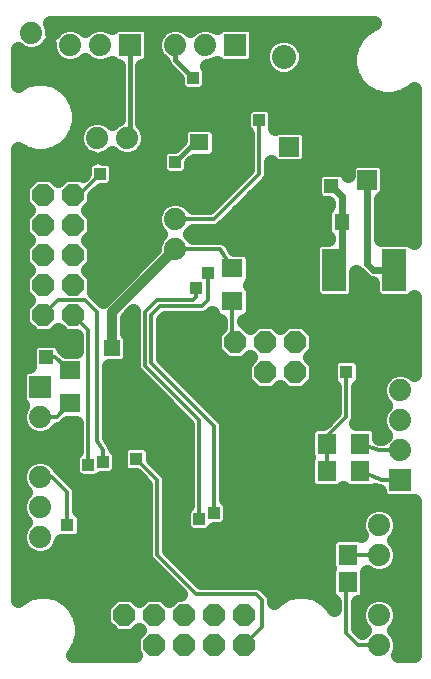
<source format=gbl>
G75*
%MOIN*%
%OFA0B0*%
%FSLAX24Y24*%
%IPPOS*%
%LPD*%
%AMOC8*
5,1,8,0,0,1.08239X$1,22.5*
%
%ADD10R,0.0740X0.0740*%
%ADD11C,0.0740*%
%ADD12R,0.0630X0.0551*%
%ADD13R,0.0709X0.0630*%
%ADD14R,0.0630X0.0709*%
%ADD15OC8,0.0740*%
%ADD16R,0.0800X0.0800*%
%ADD17C,0.0800*%
%ADD18R,0.0800X0.1400*%
%ADD19R,0.0500X0.0579*%
%ADD20C,0.0650*%
%ADD21R,0.0650X0.0650*%
%ADD22C,0.0500*%
%ADD23R,0.0475X0.0475*%
%ADD24R,0.0436X0.0436*%
%ADD25R,0.0396X0.0396*%
%ADD26C,0.0120*%
%ADD27C,0.0160*%
%ADD28R,0.0531X0.0531*%
%ADD29C,0.0320*%
%ADD30C,0.0240*%
D10*
X001496Y011458D03*
X004496Y022858D03*
X007996Y022858D03*
X013496Y008358D03*
D11*
X013496Y009358D03*
X013496Y010358D03*
X013496Y011358D03*
X012796Y006858D03*
X012796Y005858D03*
X012796Y003858D03*
X012796Y002858D03*
X005996Y016058D03*
X005996Y017058D03*
X005996Y018058D03*
X004396Y019758D03*
X003396Y019758D03*
X003496Y022858D03*
X002496Y022858D03*
X001196Y023258D03*
X001196Y022258D03*
X005996Y022858D03*
X006996Y022858D03*
X001496Y010458D03*
X001496Y009458D03*
X001496Y008458D03*
X001496Y007458D03*
X001496Y006458D03*
D12*
X006796Y019607D03*
X006796Y020709D03*
D13*
X007896Y015409D03*
X007896Y014307D03*
X002496Y012009D03*
X002496Y010907D03*
D14*
X010645Y005858D03*
X010645Y004958D03*
X011747Y004958D03*
X011747Y005858D03*
X012147Y008658D03*
X012147Y009558D03*
X011045Y009558D03*
X011045Y008658D03*
D15*
X009996Y011958D03*
X009996Y012958D03*
X008996Y012958D03*
X008996Y011958D03*
X007996Y011958D03*
X007996Y012958D03*
X002596Y013858D03*
X002596Y014858D03*
X002596Y015858D03*
X002596Y016858D03*
X002596Y017858D03*
X001596Y017858D03*
X001596Y016858D03*
X001596Y015858D03*
X001596Y014858D03*
X001596Y013858D03*
X004296Y003858D03*
X004296Y002858D03*
X005296Y002858D03*
X005296Y003858D03*
X006296Y003858D03*
X006296Y002858D03*
X007296Y002858D03*
X007296Y003858D03*
X008296Y003858D03*
X008296Y002858D03*
D16*
X010996Y022458D03*
D17*
X009618Y022458D03*
D18*
X011296Y015358D03*
X013296Y015358D03*
D19*
X013243Y016958D03*
X011550Y016958D03*
D20*
X010796Y019458D03*
X013396Y018358D03*
D21*
X012396Y018358D03*
X009796Y019458D03*
D22*
X002636Y002560D02*
X002585Y002508D01*
X004656Y002508D01*
X004596Y002568D01*
X004596Y003148D01*
X004806Y003358D01*
X004796Y003368D01*
X004586Y003158D01*
X004006Y003158D01*
X003596Y003568D01*
X003596Y004148D01*
X004006Y004558D01*
X004586Y004558D01*
X004796Y004348D01*
X005006Y004558D01*
X005586Y004558D01*
X005796Y004348D01*
X006006Y004558D01*
X006145Y004558D01*
X005175Y005528D01*
X005065Y005637D01*
X005006Y005781D01*
X005006Y008197D01*
X004692Y008510D01*
X004413Y008510D01*
X004291Y008561D01*
X004199Y008654D01*
X004148Y008775D01*
X004148Y009342D01*
X004199Y009463D01*
X004291Y009556D01*
X004413Y009606D01*
X004979Y009606D01*
X005101Y009556D01*
X005194Y009463D01*
X005244Y009342D01*
X005244Y009062D01*
X005727Y008579D01*
X005786Y008436D01*
X005786Y006020D01*
X006858Y004948D01*
X008774Y004948D01*
X008917Y004889D01*
X009027Y004779D01*
X009227Y004579D01*
X009286Y004436D01*
X009286Y004287D01*
X009398Y004398D01*
X009694Y004570D01*
X010025Y004658D01*
X010367Y004658D01*
X010698Y004570D01*
X010994Y004398D01*
X011236Y004156D01*
X011306Y004036D01*
X011306Y004299D01*
X011245Y004324D01*
X011153Y004417D01*
X011102Y004538D01*
X011102Y005378D01*
X011115Y005408D01*
X011102Y005438D01*
X011102Y006278D01*
X011153Y006399D01*
X011245Y006492D01*
X011367Y006543D01*
X012128Y006543D01*
X012178Y006522D01*
X012096Y006719D01*
X012096Y006997D01*
X012203Y007255D01*
X012400Y007452D01*
X012657Y007558D01*
X012935Y007558D01*
X013193Y007452D01*
X013389Y007255D01*
X013496Y006997D01*
X013496Y006719D01*
X013389Y006462D01*
X013286Y006358D01*
X013389Y006255D01*
X013496Y005997D01*
X013496Y005719D01*
X013389Y005462D01*
X013193Y005265D01*
X012935Y005158D01*
X012657Y005158D01*
X012400Y005265D01*
X012392Y005272D01*
X012392Y004538D01*
X012342Y004417D01*
X012249Y004324D01*
X012128Y004274D01*
X012086Y004274D01*
X012086Y003420D01*
X012227Y003279D01*
X012306Y003358D01*
X012203Y003462D01*
X012096Y003719D01*
X012096Y003997D01*
X012203Y004255D01*
X012400Y004452D01*
X012657Y004558D01*
X012935Y004558D01*
X013193Y004452D01*
X013389Y004255D01*
X013496Y003997D01*
X013496Y003719D01*
X013389Y003462D01*
X013286Y003358D01*
X013389Y003255D01*
X013496Y002997D01*
X013496Y002719D01*
X013409Y002508D01*
X013946Y002508D01*
X013946Y007664D01*
X013932Y007658D01*
X013060Y007658D01*
X012939Y007708D01*
X012846Y007801D01*
X012796Y007923D01*
X012796Y007978D01*
X012749Y007997D01*
X012658Y008033D01*
X012649Y008024D01*
X012528Y007974D01*
X011767Y007974D01*
X011645Y008024D01*
X011596Y008073D01*
X011547Y008024D01*
X011425Y007974D01*
X010664Y007974D01*
X010543Y008024D01*
X010450Y008117D01*
X010400Y008238D01*
X010400Y009078D01*
X010412Y009108D01*
X010400Y009138D01*
X010400Y009978D01*
X010450Y010099D01*
X010543Y010192D01*
X010664Y010243D01*
X010929Y010243D01*
X011306Y010620D01*
X011306Y011455D01*
X011291Y011461D01*
X011199Y011554D01*
X011148Y011675D01*
X011148Y012242D01*
X011199Y012363D01*
X011291Y012456D01*
X011413Y012506D01*
X011979Y012506D01*
X012101Y012456D01*
X012194Y012363D01*
X012244Y012242D01*
X012244Y011675D01*
X012194Y011554D01*
X012101Y011461D01*
X012086Y011455D01*
X012086Y010381D01*
X012029Y010243D01*
X012528Y010243D01*
X012649Y010192D01*
X012742Y010099D01*
X012792Y009978D01*
X012792Y009768D01*
X012855Y009748D01*
X012900Y009748D01*
X012903Y009755D01*
X013006Y009858D01*
X012903Y009962D01*
X012796Y010219D01*
X012796Y010497D01*
X012903Y010755D01*
X013006Y010858D01*
X012903Y010962D01*
X012796Y011219D01*
X012796Y011497D01*
X012903Y011755D01*
X013100Y011952D01*
X013357Y012058D01*
X013635Y012058D01*
X013893Y011952D01*
X013946Y011898D01*
X013946Y014442D01*
X013883Y014378D01*
X013762Y014328D01*
X012830Y014328D01*
X012709Y014378D01*
X012616Y014471D01*
X012566Y014593D01*
X012566Y014908D01*
X012507Y014908D01*
X012341Y014977D01*
X012141Y015177D01*
X012026Y015292D01*
X012026Y014593D01*
X011976Y014471D01*
X011883Y014378D01*
X011762Y014328D01*
X010830Y014328D01*
X010709Y014378D01*
X010616Y014471D01*
X010566Y014593D01*
X010566Y016124D01*
X010616Y016245D01*
X010709Y016338D01*
X010830Y016388D01*
X011100Y016388D01*
X011100Y016402D01*
X011020Y016482D01*
X010970Y016603D01*
X010970Y017313D01*
X011020Y017435D01*
X011100Y017514D01*
X011100Y017591D01*
X010893Y017591D01*
X010772Y017641D01*
X010679Y017734D01*
X010629Y017855D01*
X010629Y018461D01*
X010679Y018583D01*
X010772Y018675D01*
X010893Y018726D01*
X011499Y018726D01*
X011620Y018675D01*
X011713Y018583D01*
X011741Y018516D01*
X011741Y018749D01*
X011791Y018870D01*
X011884Y018963D01*
X012005Y019013D01*
X012787Y019013D01*
X012908Y018963D01*
X013001Y018870D01*
X013051Y018749D01*
X013051Y017968D01*
X013001Y017846D01*
X012908Y017753D01*
X012846Y017728D01*
X012846Y016388D01*
X013762Y016388D01*
X013883Y016338D01*
X013946Y016275D01*
X013946Y021370D01*
X013894Y021318D01*
X013598Y021147D01*
X013267Y021058D01*
X012925Y021058D01*
X012594Y021147D01*
X012298Y021318D01*
X012056Y021560D01*
X011885Y021856D01*
X011796Y022187D01*
X011796Y022529D01*
X011885Y022860D01*
X012056Y023156D01*
X012298Y023398D01*
X012594Y023570D01*
X012627Y023578D01*
X001821Y023578D01*
X001896Y023397D01*
X001896Y023239D01*
X001903Y023255D01*
X002100Y023452D01*
X002357Y023558D01*
X002635Y023558D01*
X002893Y023452D01*
X002996Y023348D01*
X003100Y023452D01*
X003357Y023558D01*
X003635Y023558D01*
X003886Y023455D01*
X003939Y023508D01*
X004060Y023558D01*
X004932Y023558D01*
X005053Y023508D01*
X005146Y023415D01*
X005196Y023294D01*
X005196Y022423D01*
X005146Y022301D01*
X005053Y022208D01*
X004932Y022158D01*
X004906Y022158D01*
X004906Y020238D01*
X004989Y020155D01*
X005096Y019897D01*
X005096Y019619D01*
X004989Y019362D01*
X004793Y019165D01*
X004535Y019058D01*
X004257Y019058D01*
X004000Y019165D01*
X003896Y019268D01*
X003793Y019165D01*
X003603Y019086D01*
X003760Y019086D01*
X003881Y019036D01*
X003974Y018943D01*
X004024Y018822D01*
X004024Y018294D01*
X003974Y018173D01*
X003881Y018080D01*
X003760Y018030D01*
X003519Y018030D01*
X003296Y017807D01*
X003296Y017568D01*
X003086Y017358D01*
X003296Y017148D01*
X003296Y016568D01*
X003086Y016358D01*
X003296Y016148D01*
X003296Y015568D01*
X003086Y015358D01*
X003296Y015148D01*
X003296Y014610D01*
X003327Y014579D01*
X003327Y014579D01*
X003575Y014330D01*
X005296Y016051D01*
X005296Y016197D01*
X005403Y016455D01*
X005506Y016558D01*
X005403Y016662D01*
X005296Y016919D01*
X005296Y017197D01*
X005403Y017455D01*
X005600Y017652D01*
X005857Y017758D01*
X006135Y017758D01*
X006393Y017652D01*
X006589Y017455D01*
X006592Y017448D01*
X007135Y017448D01*
X008406Y018720D01*
X008406Y019885D01*
X008318Y019973D01*
X008268Y020094D01*
X008268Y020622D01*
X008318Y020743D01*
X008411Y020836D01*
X008532Y020886D01*
X009060Y020886D01*
X009181Y020836D01*
X009274Y020743D01*
X009324Y020622D01*
X009324Y020094D01*
X009317Y020076D01*
X009405Y020113D01*
X010187Y020113D01*
X010308Y020063D01*
X010401Y019970D01*
X010451Y019849D01*
X010451Y019068D01*
X010401Y018946D01*
X010308Y018853D01*
X010187Y018803D01*
X009405Y018803D01*
X009284Y018853D01*
X009191Y018946D01*
X009186Y018959D01*
X009186Y018481D01*
X009127Y018337D01*
X009017Y018228D01*
X007517Y016728D01*
X007374Y016668D01*
X006592Y016668D01*
X006589Y016662D01*
X006486Y016558D01*
X006589Y016455D01*
X006592Y016448D01*
X007465Y016448D01*
X007511Y016456D01*
X007542Y016448D01*
X007574Y016448D01*
X007616Y016430D01*
X007662Y016420D01*
X007687Y016401D01*
X007717Y016389D01*
X007750Y016356D01*
X007787Y016329D01*
X007804Y016302D01*
X007827Y016279D01*
X007844Y016236D01*
X007957Y016054D01*
X008316Y016054D01*
X008437Y016004D01*
X008530Y015911D01*
X008580Y015790D01*
X008580Y015029D01*
X008530Y014908D01*
X008481Y014858D01*
X008530Y014809D01*
X008580Y014688D01*
X008580Y013926D01*
X008530Y013805D01*
X008437Y013712D01*
X008316Y013662D01*
X008286Y013662D01*
X008286Y013658D01*
X008496Y013448D01*
X008706Y013658D01*
X009286Y013658D01*
X009496Y013448D01*
X009706Y013658D01*
X010286Y013658D01*
X010696Y013248D01*
X010696Y012668D01*
X010486Y012458D01*
X010696Y012248D01*
X010696Y011668D01*
X010286Y011258D01*
X009706Y011258D01*
X009496Y011468D01*
X009286Y011258D01*
X008706Y011258D01*
X008296Y011668D01*
X008296Y012248D01*
X008506Y012458D01*
X008496Y012468D01*
X008286Y012258D01*
X007706Y012258D01*
X007296Y012668D01*
X007296Y013248D01*
X007506Y013458D01*
X007506Y013662D01*
X007476Y013662D01*
X007355Y013712D01*
X007262Y013805D01*
X007213Y013924D01*
X007117Y013828D01*
X006974Y013768D01*
X005658Y013768D01*
X005586Y013697D01*
X005586Y012420D01*
X007627Y010379D01*
X007686Y010236D01*
X007686Y007731D01*
X007774Y007643D01*
X007824Y007522D01*
X007824Y006994D01*
X007774Y006873D01*
X007681Y006780D01*
X007560Y006730D01*
X007298Y006730D01*
X007274Y006673D01*
X007181Y006580D01*
X007060Y006530D01*
X006532Y006530D01*
X006411Y006580D01*
X006318Y006673D01*
X006268Y006794D01*
X006268Y007322D01*
X006318Y007443D01*
X006406Y007531D01*
X006406Y010197D01*
X004775Y011828D01*
X004665Y011937D01*
X004606Y012081D01*
X004606Y013975D01*
X004386Y013755D01*
X004386Y013266D01*
X004442Y013211D01*
X004492Y013090D01*
X004492Y012427D01*
X004442Y012306D01*
X004349Y012213D01*
X004227Y012162D01*
X003786Y012162D01*
X003786Y009776D01*
X003899Y009607D01*
X003927Y009579D01*
X003942Y009543D01*
X003964Y009510D01*
X003971Y009472D01*
X003986Y009436D01*
X003986Y009431D01*
X004074Y009343D01*
X004124Y009222D01*
X004124Y008694D01*
X004074Y008573D01*
X003981Y008480D01*
X003860Y008430D01*
X003531Y008430D01*
X003481Y008380D01*
X003360Y008330D01*
X002832Y008330D01*
X002711Y008380D01*
X002618Y008473D01*
X002568Y008594D01*
X002568Y009122D01*
X002618Y009243D01*
X002706Y009331D01*
X002706Y010262D01*
X002403Y010262D01*
X002268Y010128D01*
X002125Y010068D01*
X002092Y010068D01*
X002089Y010062D01*
X001893Y009865D01*
X001635Y009758D01*
X001357Y009758D01*
X001100Y009865D01*
X000903Y010062D01*
X000796Y010319D01*
X000796Y010597D01*
X000900Y010848D01*
X000846Y010901D01*
X000796Y011023D01*
X000796Y011894D01*
X000846Y012015D01*
X000939Y012108D01*
X001060Y012158D01*
X001129Y012158D01*
X001129Y012761D01*
X001179Y012883D01*
X001272Y012975D01*
X001393Y013026D01*
X001999Y013026D01*
X002120Y012975D01*
X002213Y012883D01*
X002264Y012761D01*
X002264Y012742D01*
X002327Y012679D01*
X002351Y012654D01*
X002706Y012654D01*
X002706Y013158D01*
X002306Y013158D01*
X002096Y013368D01*
X001886Y013158D01*
X001306Y013158D01*
X000896Y013568D01*
X000896Y014148D01*
X001106Y014358D01*
X000896Y014568D01*
X000896Y015148D01*
X001106Y015358D01*
X000896Y015568D01*
X000896Y016148D01*
X001106Y016358D01*
X000896Y016568D01*
X000896Y017148D01*
X001106Y017358D01*
X000896Y017568D01*
X000896Y018148D01*
X001306Y018558D01*
X001886Y018558D01*
X002096Y018348D01*
X002306Y018558D01*
X002886Y018558D01*
X002915Y018529D01*
X002968Y018582D01*
X002968Y018822D01*
X003018Y018943D01*
X003111Y019036D01*
X003211Y019077D01*
X003000Y019165D01*
X002803Y019362D01*
X002696Y019619D01*
X002696Y019897D01*
X002803Y020155D01*
X003000Y020352D01*
X003257Y020458D01*
X003535Y020458D01*
X003793Y020352D01*
X003896Y020248D01*
X004000Y020352D01*
X004086Y020388D01*
X004086Y022158D01*
X004060Y022158D01*
X003939Y022208D01*
X003886Y022262D01*
X003635Y022158D01*
X003357Y022158D01*
X003100Y022265D01*
X002996Y022368D01*
X002893Y022265D01*
X002635Y022158D01*
X002357Y022158D01*
X002100Y022265D01*
X001903Y022462D01*
X001796Y022719D01*
X001796Y022878D01*
X001789Y022862D01*
X001593Y022665D01*
X001335Y022558D01*
X001057Y022558D01*
X000800Y022665D01*
X000750Y022714D01*
X000750Y021529D01*
X000994Y021670D01*
X001325Y021758D01*
X001667Y021758D01*
X001998Y021670D01*
X002294Y021498D01*
X002536Y021256D01*
X002707Y020960D01*
X002796Y020629D01*
X002796Y020287D01*
X002707Y019956D01*
X002536Y019660D01*
X002294Y019418D01*
X001998Y019247D01*
X001667Y019158D01*
X001325Y019158D01*
X000994Y019247D01*
X000750Y019388D01*
X000750Y004351D01*
X000750Y004351D01*
X000798Y004398D01*
X001094Y004570D01*
X001425Y004658D01*
X001767Y004658D01*
X002098Y004570D01*
X002394Y004398D01*
X002636Y004156D01*
X002807Y003860D01*
X002896Y003529D01*
X002896Y003187D01*
X002807Y002856D01*
X002636Y002560D01*
X002807Y002855D02*
X004596Y002855D01*
X004782Y003354D02*
X004802Y003354D01*
X004794Y004351D02*
X004799Y004351D01*
X005355Y005348D02*
X000750Y005348D01*
X000750Y005846D02*
X001144Y005846D01*
X001100Y005865D02*
X001357Y005758D01*
X001635Y005758D01*
X001893Y005865D01*
X002089Y006062D01*
X002193Y006310D01*
X002679Y006310D01*
X002801Y006361D01*
X002894Y006454D01*
X002944Y006575D01*
X002944Y007142D01*
X002894Y007263D01*
X002801Y007356D01*
X002786Y007362D01*
X002786Y008036D01*
X002727Y008179D01*
X002227Y008679D01*
X002117Y008789D01*
X002117Y008789D01*
X002089Y008855D01*
X001893Y009052D01*
X001635Y009158D01*
X001357Y009158D01*
X001100Y009052D01*
X000903Y008855D01*
X000796Y008597D01*
X000796Y008319D01*
X000903Y008062D01*
X001006Y007958D01*
X000903Y007855D01*
X000796Y007597D01*
X000796Y007319D01*
X000903Y007062D01*
X001006Y006958D01*
X000903Y006855D01*
X000796Y006597D01*
X000796Y006319D01*
X000903Y006062D01*
X001100Y005865D01*
X000796Y006345D02*
X000750Y006345D01*
X000750Y006843D02*
X000898Y006843D01*
X000796Y007342D02*
X000750Y007342D01*
X000750Y007840D02*
X000897Y007840D01*
X000796Y008339D02*
X000750Y008339D01*
X000750Y008837D02*
X000895Y008837D01*
X000750Y009336D02*
X002706Y009336D01*
X002706Y009834D02*
X001819Y009834D01*
X001173Y009834D02*
X000750Y009834D01*
X000750Y010333D02*
X000796Y010333D01*
X000750Y010831D02*
X000893Y010831D01*
X000796Y011330D02*
X000750Y011330D01*
X000750Y011828D02*
X000796Y011828D01*
X000750Y012327D02*
X001129Y012327D01*
X001155Y012825D02*
X000750Y012825D01*
X000750Y013324D02*
X001141Y013324D01*
X000896Y013822D02*
X000750Y013822D01*
X000750Y014321D02*
X001069Y014321D01*
X000896Y014819D02*
X000750Y014819D01*
X000750Y015318D02*
X001066Y015318D01*
X000896Y015816D02*
X000750Y015816D01*
X000750Y016315D02*
X001063Y016315D01*
X000896Y016813D02*
X000750Y016813D01*
X000750Y017312D02*
X001060Y017312D01*
X000896Y017810D02*
X000750Y017810D01*
X000750Y018309D02*
X001057Y018309D01*
X000750Y018807D02*
X002968Y018807D01*
X002859Y019306D02*
X002100Y019306D01*
X002620Y019804D02*
X002696Y019804D01*
X002796Y020303D02*
X002951Y020303D01*
X002750Y020801D02*
X004086Y020801D01*
X004086Y021300D02*
X002493Y021300D01*
X002068Y022297D02*
X000750Y022297D01*
X000750Y021798D02*
X004086Y021798D01*
X004906Y021798D02*
X005976Y021798D01*
X006068Y021707D02*
X006068Y021494D01*
X006118Y021373D01*
X006211Y021280D01*
X006332Y021230D01*
X006860Y021230D01*
X006981Y021280D01*
X007074Y021373D01*
X007124Y021494D01*
X007124Y022022D01*
X007074Y022143D01*
X007059Y022158D01*
X007135Y022158D01*
X007386Y022262D01*
X007439Y022208D01*
X007560Y022158D01*
X008432Y022158D01*
X008553Y022208D01*
X008646Y022301D01*
X008696Y022423D01*
X008696Y023294D01*
X008646Y023415D01*
X008553Y023508D01*
X008432Y023558D01*
X007560Y023558D01*
X007439Y023508D01*
X007386Y023455D01*
X007135Y023558D01*
X006857Y023558D01*
X006600Y023452D01*
X006496Y023348D01*
X006393Y023452D01*
X006135Y023558D01*
X005857Y023558D01*
X005600Y023452D01*
X005403Y023255D01*
X005296Y022997D01*
X005296Y022719D01*
X005403Y022462D01*
X005586Y022278D01*
X005586Y022277D01*
X005648Y022126D01*
X005764Y022011D01*
X006068Y021707D01*
X006192Y021300D02*
X004906Y021300D01*
X004906Y020801D02*
X008376Y020801D01*
X008268Y020303D02*
X004906Y020303D01*
X005096Y019804D02*
X006151Y019804D01*
X006151Y019693D02*
X005944Y019486D01*
X005732Y019486D01*
X005611Y019436D01*
X005518Y019343D01*
X005468Y019222D01*
X005468Y018694D01*
X005518Y018573D01*
X005611Y018480D01*
X005732Y018430D01*
X006260Y018430D01*
X006381Y018480D01*
X006474Y018573D01*
X006524Y018694D01*
X006524Y018907D01*
X006619Y019001D01*
X007177Y019001D01*
X007298Y019052D01*
X007391Y019145D01*
X007441Y019266D01*
X007441Y019948D01*
X007391Y020070D01*
X007298Y020162D01*
X007177Y020213D01*
X006415Y020213D01*
X006294Y020162D01*
X006201Y020070D01*
X006151Y019948D01*
X006151Y019693D01*
X005503Y019306D02*
X004934Y019306D01*
X005468Y018807D02*
X004024Y018807D01*
X004024Y018309D02*
X007995Y018309D01*
X008406Y018807D02*
X006524Y018807D01*
X007441Y019306D02*
X008406Y019306D01*
X008406Y019804D02*
X007441Y019804D01*
X007000Y021300D02*
X012329Y021300D01*
X011918Y021798D02*
X009932Y021798D01*
X010032Y021839D02*
X010237Y022045D01*
X010348Y022313D01*
X010348Y022603D01*
X010237Y022872D01*
X010032Y023077D01*
X009763Y023188D01*
X009473Y023188D01*
X009205Y023077D01*
X008999Y022872D01*
X008888Y022603D01*
X008888Y022313D01*
X008999Y022045D01*
X009205Y021839D01*
X009473Y021728D01*
X009763Y021728D01*
X010032Y021839D01*
X010341Y022297D02*
X011796Y022297D01*
X011867Y022795D02*
X010269Y022795D01*
X009304Y021798D02*
X007124Y021798D01*
X008641Y022297D02*
X008895Y022297D01*
X008968Y022795D02*
X008696Y022795D01*
X008696Y023294D02*
X012193Y023294D01*
X013863Y021300D02*
X013946Y021300D01*
X013946Y020801D02*
X009216Y020801D01*
X009324Y020303D02*
X013946Y020303D01*
X013946Y019804D02*
X010451Y019804D01*
X010451Y019306D02*
X013946Y019306D01*
X013946Y018807D02*
X013027Y018807D01*
X013051Y018309D02*
X013946Y018309D01*
X013946Y017810D02*
X012965Y017810D01*
X012846Y017312D02*
X013946Y017312D01*
X013946Y016813D02*
X012846Y016813D01*
X013906Y016315D02*
X013946Y016315D01*
X013946Y014321D02*
X008580Y014321D01*
X008537Y013822D02*
X013946Y013822D01*
X013946Y013324D02*
X010621Y013324D01*
X010696Y012825D02*
X013946Y012825D01*
X013946Y012327D02*
X012209Y012327D01*
X012244Y011828D02*
X012976Y011828D01*
X012796Y011330D02*
X012086Y011330D01*
X012086Y010831D02*
X012979Y010831D01*
X012796Y010333D02*
X012066Y010333D01*
X012792Y009834D02*
X012982Y009834D01*
X012830Y007840D02*
X007686Y007840D01*
X007686Y008339D02*
X010400Y008339D01*
X010400Y008837D02*
X007686Y008837D01*
X007686Y009336D02*
X010400Y009336D01*
X010400Y009834D02*
X007686Y009834D01*
X007646Y010333D02*
X011019Y010333D01*
X011306Y010831D02*
X007175Y010831D01*
X006676Y011330D02*
X008635Y011330D01*
X008296Y011828D02*
X006178Y011828D01*
X005679Y012327D02*
X007638Y012327D01*
X007296Y012825D02*
X005586Y012825D01*
X005586Y013324D02*
X007372Y013324D01*
X007255Y013822D02*
X007104Y013822D01*
X008355Y012327D02*
X008375Y012327D01*
X009358Y011330D02*
X009635Y011330D01*
X010358Y011330D02*
X011306Y011330D01*
X011148Y011828D02*
X010696Y011828D01*
X010618Y012327D02*
X011184Y012327D01*
X010566Y014819D02*
X008520Y014819D01*
X008580Y015318D02*
X010566Y015318D01*
X010566Y015816D02*
X008570Y015816D01*
X007796Y016315D02*
X010686Y016315D01*
X010970Y016813D02*
X007603Y016813D01*
X008101Y017312D02*
X010970Y017312D01*
X010647Y017810D02*
X008600Y017810D01*
X009098Y018309D02*
X010629Y018309D01*
X010196Y018807D02*
X011765Y018807D01*
X009396Y018807D02*
X009186Y018807D01*
X007497Y017810D02*
X003300Y017810D01*
X003133Y017312D02*
X005343Y017312D01*
X005340Y016813D02*
X003296Y016813D01*
X003130Y016315D02*
X005345Y016315D01*
X005061Y015816D02*
X003296Y015816D01*
X003127Y015318D02*
X004563Y015318D01*
X004064Y014819D02*
X003296Y014819D01*
X004386Y013324D02*
X004606Y013324D01*
X004606Y013822D02*
X004453Y013822D01*
X004492Y012825D02*
X004606Y012825D01*
X004606Y012327D02*
X004450Y012327D01*
X004775Y011828D02*
X003786Y011828D01*
X003786Y011330D02*
X005273Y011330D01*
X005772Y010831D02*
X003786Y010831D01*
X003786Y010333D02*
X006270Y010333D01*
X006406Y009834D02*
X003786Y009834D01*
X004077Y009336D02*
X004148Y009336D01*
X004124Y008837D02*
X004148Y008837D01*
X004864Y008339D02*
X003381Y008339D01*
X002812Y008339D02*
X002567Y008339D01*
X002227Y008679D02*
X002227Y008679D01*
X002097Y008837D02*
X002568Y008837D01*
X002786Y007840D02*
X005006Y007840D01*
X005006Y007342D02*
X002815Y007342D01*
X002944Y006843D02*
X005006Y006843D01*
X005006Y006345D02*
X002762Y006345D01*
X001848Y005846D02*
X005006Y005846D01*
X005786Y006345D02*
X011130Y006345D01*
X011102Y005846D02*
X005960Y005846D01*
X006458Y005348D02*
X011102Y005348D01*
X011102Y004849D02*
X008957Y004849D01*
X009286Y004351D02*
X009350Y004351D01*
X011042Y004351D02*
X011219Y004351D01*
X012086Y003852D02*
X012096Y003852D01*
X012152Y003354D02*
X012302Y003354D01*
X012276Y004351D02*
X012299Y004351D01*
X012392Y004849D02*
X013946Y004849D01*
X013946Y004351D02*
X013294Y004351D01*
X013496Y003852D02*
X013946Y003852D01*
X013946Y003354D02*
X013291Y003354D01*
X013496Y002855D02*
X013946Y002855D01*
X013946Y005348D02*
X013276Y005348D01*
X013496Y005846D02*
X013946Y005846D01*
X013946Y006345D02*
X013300Y006345D01*
X013496Y006843D02*
X013946Y006843D01*
X013946Y007342D02*
X013303Y007342D01*
X012290Y007342D02*
X007824Y007342D01*
X007744Y006843D02*
X012096Y006843D01*
X012026Y014819D02*
X012566Y014819D01*
X006406Y009336D02*
X005244Y009336D01*
X005469Y008837D02*
X006406Y008837D01*
X006406Y008339D02*
X005786Y008339D01*
X005786Y007840D02*
X006406Y007840D01*
X006276Y007342D02*
X005786Y007342D01*
X005786Y006843D02*
X006268Y006843D01*
X005854Y004849D02*
X000750Y004849D01*
X002442Y004351D02*
X003799Y004351D01*
X003596Y003852D02*
X002810Y003852D01*
X002896Y003354D02*
X003811Y003354D01*
X005794Y004351D02*
X005799Y004351D01*
X002706Y012825D02*
X002237Y012825D01*
X002141Y013324D02*
X002052Y013324D01*
X000892Y019306D02*
X000750Y019306D01*
X001723Y022795D02*
X001796Y022795D01*
X001896Y023294D02*
X001942Y023294D01*
X002925Y022297D02*
X003068Y022297D01*
X003842Y020303D02*
X003951Y020303D01*
X005141Y022297D02*
X005568Y022297D01*
X005296Y022795D02*
X005196Y022795D01*
X005196Y023294D02*
X005442Y023294D01*
D23*
X008896Y014358D03*
X011196Y018158D03*
X001696Y012458D03*
D24*
X004696Y009058D03*
X006296Y007958D03*
X007796Y007058D03*
X008796Y008758D03*
X007796Y009358D03*
X004696Y005558D03*
X002396Y006858D03*
X011696Y011958D03*
D25*
X007296Y007258D03*
X006796Y007058D03*
X003596Y008958D03*
X003096Y008858D03*
X006696Y014758D03*
X007096Y015258D03*
X005996Y018958D03*
X006596Y021758D03*
X005096Y021758D03*
X003496Y018558D03*
X008796Y020358D03*
D26*
X008796Y018558D01*
X007296Y017058D01*
X005996Y017058D01*
X005996Y016058D02*
X007496Y016058D01*
X007896Y015409D01*
X007896Y014307D02*
X007896Y013158D01*
X007996Y012958D01*
X006896Y014158D02*
X007096Y014358D01*
X007096Y015258D01*
X006696Y014758D02*
X006696Y014458D01*
X006596Y014358D01*
X005396Y014358D01*
X004996Y013958D01*
X004996Y012158D01*
X006796Y010358D01*
X006796Y007058D01*
X007296Y007258D02*
X007296Y010158D01*
X005196Y012258D01*
X005196Y013858D01*
X005496Y014158D01*
X006896Y014158D01*
X004696Y009058D02*
X005396Y008358D01*
X005396Y005858D01*
X006696Y004558D01*
X008696Y004558D01*
X008896Y004358D01*
X008896Y003458D01*
X008296Y002858D01*
X011696Y003258D02*
X011696Y004907D01*
X011747Y004958D01*
X011747Y005858D02*
X012796Y005858D01*
X011696Y003258D02*
X012096Y002858D01*
X012796Y002858D01*
X012896Y008358D02*
X013496Y008358D01*
X012896Y008358D02*
X012147Y008658D01*
X012147Y009558D02*
X012796Y009358D01*
X013496Y009358D01*
X011696Y010458D02*
X011696Y011958D01*
X011696Y010458D02*
X010996Y009758D01*
X010996Y009509D01*
X011045Y009558D01*
X010996Y009509D02*
X010996Y009493D01*
X011045Y009444D01*
X011045Y008658D01*
X003596Y008958D02*
X003596Y009358D01*
X003396Y009658D01*
X003396Y013958D01*
X002996Y014358D01*
X002096Y014358D01*
X001596Y013858D01*
X001696Y012458D02*
X001996Y012458D01*
X002445Y012009D01*
X002496Y012009D01*
X002496Y010907D02*
X002047Y010458D01*
X001496Y010458D01*
X001496Y008458D02*
X001896Y008458D01*
X002396Y007958D01*
X002396Y006858D01*
X003096Y008858D02*
X003096Y013358D01*
X002596Y013858D01*
X002596Y017858D02*
X002796Y017858D01*
X003496Y018558D01*
D27*
X004396Y019758D02*
X004496Y019858D01*
X004496Y022858D01*
X005996Y022858D02*
X005996Y022358D01*
X006596Y021758D01*
X006645Y019607D02*
X005996Y018958D01*
X006645Y019607D02*
X006796Y019607D01*
D28*
X003896Y012758D03*
D29*
X003896Y013958D01*
X005996Y016058D01*
D30*
X011196Y018158D02*
X011550Y017805D01*
X011550Y016958D01*
X011550Y015612D01*
X011296Y015358D01*
X012396Y015558D02*
X012396Y018358D01*
X012396Y015558D02*
X012596Y015358D01*
X013296Y015358D01*
M02*

</source>
